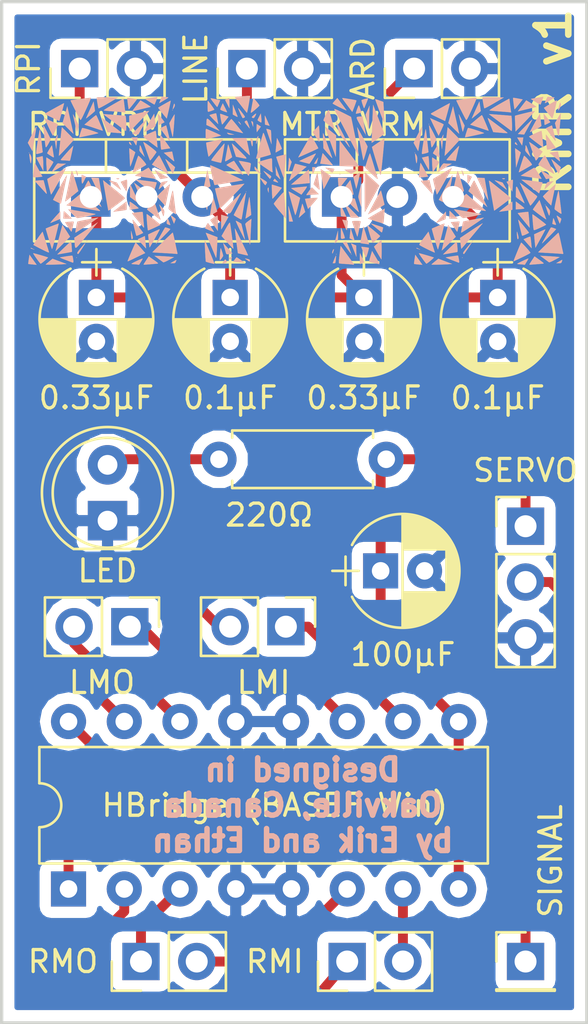
<source format=kicad_pcb>
(kicad_pcb (version 4) (host pcbnew 4.0.7)
  (layers (0 Top signal) (31 Bottom signal) (36 B.SilkS user) (37 F.SilkS user) (38 B.Mask user) (39 F.Mask user) (44 Edge.Cuts user))
  (net 0 "")
  (net 1 GND)
  (net 2 "Net-(C2-Pad1)")
  (net 3 "Net-(C4-Pad1)")
  (net 4 "Net-(C5-Pad1)")
  (net 5 "Net-(D1-Pad2)")
  (net 6 "Net-(H1-Pad2)")
  (net 7 "Net-(H1-Pad10)")
  (net 8 "Net-(H1-Pad3)")
  (net 9 "Net-(H1-Pad11)")
  (net 10 "Net-(H1-Pad6)")
  (net 11 "Net-(H1-Pad14)")
  (net 12 "Net-(H1-Pad7)")
  (net 13 "Net-(H1-Pad15)")
  (net 14 "Net-(ARD1-Pad1)")
  (net 15 "Net-(SERVO1-Pad2)")
  (module Housings_DIP:DIP-16_W7.62mm (layer Top) (at 124.46 120.904 90)
    (fp_text reference "HBridge (BASEF Win)" (at 3.81 9.398 180) (layer F.SilkS))
    (fp_text value HBridge)
    (pad 1 thru_hole rect (at 0 0 90) (size 1.6 1.6) (drill 0.8) (layers *.Cu *.Mask) (net 4 "Net-(C5-Pad1)"))
    (pad 9 thru_hole oval (at 7.62 17.78 90) (size 1.6 1.6) (drill 0.8) (layers *.Cu *.Mask) (net 4 "Net-(C5-Pad1)"))
    (pad 2 thru_hole oval (at 0 2.54 90) (size 1.6 1.6) (drill 0.8) (layers *.Cu *.Mask) (net 6 "Net-(H1-Pad2)"))
    (pad 10 thru_hole oval (at 7.62 15.24 90) (size 1.6 1.6) (drill 0.8) (layers *.Cu *.Mask) (net 7 "Net-(H1-Pad10)"))
    (pad 3 thru_hole oval (at 0 5.08 90) (size 1.6 1.6) (drill 0.8) (layers *.Cu *.Mask) (net 8 "Net-(H1-Pad3)"))
    (pad 11 thru_hole oval (at 7.62 12.7 90) (size 1.6 1.6) (drill 0.8) (layers *.Cu *.Mask) (net 9 "Net-(H1-Pad11)"))
    (pad 4 thru_hole oval (at 0 7.62 90) (size 1.6 1.6) (drill 0.8) (layers *.Cu *.Mask) (net 1 GND))
    (pad 12 thru_hole oval (at 7.62 10.16 90) (size 1.6 1.6) (drill 0.8) (layers *.Cu *.Mask) (net 1 GND))
    (pad 5 thru_hole oval (at 0 10.16 90) (size 1.6 1.6) (drill 0.8) (layers *.Cu *.Mask) (net 1 GND))
    (pad 13 thru_hole oval (at 7.62 7.62 90) (size 1.6 1.6) (drill 0.8) (layers *.Cu *.Mask) (net 1 GND))
    (pad 6 thru_hole oval (at 0 12.7 90) (size 1.6 1.6) (drill 0.8) (layers *.Cu *.Mask) (net 10 "Net-(H1-Pad6)"))
    (pad 14 thru_hole oval (at 7.62 5.08 90) (size 1.6 1.6) (drill 0.8) (layers *.Cu *.Mask) (net 11 "Net-(H1-Pad14)"))
    (pad 7 thru_hole oval (at 0 15.24 90) (size 1.6 1.6) (drill 0.8) (layers *.Cu *.Mask) (net 12 "Net-(H1-Pad7)"))
    (pad 15 thru_hole oval (at 7.62 2.54 90) (size 1.6 1.6) (drill 0.8) (layers *.Cu *.Mask) (net 13 "Net-(H1-Pad15)"))
    (pad 8 thru_hole oval (at 0 17.78 90) (size 1.6 1.6) (drill 0.8) (layers *.Cu *.Mask) (net 4 "Net-(C5-Pad1)"))
    (pad 16 thru_hole oval (at 7.62 0 90) (size 1.6 1.6) (drill 0.8) (layers *.Cu *.Mask) (net 4 "Net-(C5-Pad1)"))
  )
  (module TO_SOT_Packages_THT:TO-220-3_Vertical (layer Top) (at 136.906 89.408)
    (fp_text reference "MTR VRM" (at 0.508 -3.302) (layer F.SilkS))
    (fp_text value AP2204R-5.0)
    (pad 1 thru_hole rect (at 0 0) (size 1.8 1.8) (drill 1) (layers *.Cu *.Mask) (net 14 "Net-(ARD1-Pad1)"))
    (pad 2 thru_hole oval (at 2.54 0) (size 1.8 1.8) (drill 1) (layers *.Cu *.Mask) (net 1 GND))
    (pad 3 thru_hole oval (at 5.08 0) (size 1.8 1.8) (drill 1) (layers *.Cu *.Mask) (net 3 "Net-(C4-Pad1)"))
  )
  (module TO_SOT_Packages_THT:TO-220-3_Vertical (layer Top) (at 125.476 89.408)
    (fp_text reference "RPI VRM" (at 0.254 -3.302) (layer F.SilkS))
    (fp_text value "RPI VRM")
    (pad 1 thru_hole rect (at 0 0) (size 1.8 1.8) (drill 1) (layers *.Cu *.Mask) (net 14 "Net-(ARD1-Pad1)"))
    (pad 2 thru_hole oval (at 2.54 0) (size 1.8 1.8) (drill 1) (layers *.Cu *.Mask) (net 1 GND))
    (pad 3 thru_hole oval (at 5.08 0) (size 1.8 1.8) (drill 1) (layers *.Cu *.Mask) (net 2 "Net-(C2-Pad1)"))
  )
  (module Capacitors_THT:CP_Radial_D5.0mm_P2.00mm (layer Top) (at 125.73 93.98 270)
    (fp_text reference 0.33μF (at 4.572 0 360) (layer F.SilkS))
    (fp_text value 0.33uf)
    (pad 1 thru_hole rect (at 0 0 270) (size 1.6 1.6) (drill 0.8) (layers *.Cu *.Mask) (net 14 "Net-(ARD1-Pad1)"))
    (pad 2 thru_hole circle (at 2 0 270) (size 1.6 1.6) (drill 0.8) (layers *.Cu *.Mask) (net 1 GND))
  )
  (module Capacitors_THT:CP_Radial_D5.0mm_P2.00mm (layer Top) (at 131.826 93.98 270)
    (fp_text reference 0.1μF (at 4.572 0 360) (layer F.SilkS))
    (fp_text value 0.1uf)
    (pad 1 thru_hole rect (at 0 0 270) (size 1.6 1.6) (drill 0.8) (layers *.Cu *.Mask) (net 2 "Net-(C2-Pad1)"))
    (pad 2 thru_hole circle (at 2 0 270) (size 1.6 1.6) (drill 0.8) (layers *.Cu *.Mask) (net 1 GND))
  )
  (module Capacitors_THT:CP_Radial_D5.0mm_P2.00mm (layer Top) (at 137.922 93.98 270)
    (fp_text reference 0.33μF (at 4.572 0 360) (layer F.SilkS))
    (fp_text value 0.33uf)
    (pad 1 thru_hole rect (at 0 0 270) (size 1.6 1.6) (drill 0.8) (layers *.Cu *.Mask) (net 14 "Net-(ARD1-Pad1)"))
    (pad 2 thru_hole circle (at 2 0 270) (size 1.6 1.6) (drill 0.8) (layers *.Cu *.Mask) (net 1 GND))
  )
  (module Capacitors_THT:CP_Radial_D5.0mm_P2.00mm (layer Top) (at 144.018 93.98 270)
    (fp_text reference 0.1μF (at 4.572 0 360) (layer F.SilkS))
    (fp_text value 0.1uf)
    (pad 1 thru_hole rect (at 0 0 270) (size 1.6 1.6) (drill 0.8) (layers *.Cu *.Mask) (net 3 "Net-(C4-Pad1)"))
    (pad 2 thru_hole circle (at 2 0 270) (size 1.6 1.6) (drill 0.8) (layers *.Cu *.Mask) (net 1 GND))
  )
  (module Capacitors_THT:CP_Radial_D5.0mm_P2.00mm (layer Top) (at 138.684 106.426)
    (fp_text reference 100μF (at 1.016 3.81) (layer F.SilkS))
    (fp_text value "100 uf")
    (pad 1 thru_hole rect (at 0 0) (size 1.6 1.6) (drill 0.8) (layers *.Cu *.Mask) (net 3 "Net-(C4-Pad1)"))
    (pad 2 thru_hole circle (at 2 0) (size 1.6 1.6) (drill 0.8) (layers *.Cu *.Mask) (net 1 GND))
  )
  (module LEDs:LED_D5.0mm (layer Top) (at 126.238 104.14 90)
    (fp_text reference LED (at -2.286 0 180) (layer F.SilkS))
    (fp_text value LED)
    (pad 1 thru_hole rect (at 0 0 90) (size 1.8 1.8) (drill 0.9) (layers *.Cu *.Mask) (net 1 GND))
    (pad 2 thru_hole circle (at 2.54 0 90) (size 1.8 1.8) (drill 0.9) (layers *.Cu *.Mask) (net 5 "Net-(D1-Pad2)"))
  )
  (module Pin_Headers:Pin_Header_Straight_1x02_Pitch2.54mm (layer Top) (at 140.208 83.566 90)
    (fp_text reference ARD (at 0 -2.33 90) (layer F.SilkS))
    (fp_text value "Arduino Power")
    (pad 1 thru_hole rect (at 0 0 90) (size 1.7 1.7) (drill 1) (layers *.Cu *.Mask) (net 14 "Net-(ARD1-Pad1)"))
    (pad 2 thru_hole oval (at 0 2.54 90) (size 1.7 1.7) (drill 1) (layers *.Cu *.Mask) (net 1 GND))
  )
  (module Pin_Headers:Pin_Header_Straight_1x02_Pitch2.54mm (layer Top) (at 124.968 83.566 90)
    (fp_text reference RPI (at 0 -2.33 90) (layer F.SilkS))
    (fp_text value "RPI Power")
    (pad 1 thru_hole rect (at 0 0 90) (size 1.7 1.7) (drill 1) (layers *.Cu *.Mask) (net 2 "Net-(C2-Pad1)"))
    (pad 2 thru_hole oval (at 0 2.54 90) (size 1.7 1.7) (drill 1) (layers *.Cu *.Mask) (net 1 GND))
  )
  (module Pin_Headers:Pin_Header_Straight_1x03_Pitch2.54mm (layer Top) (at 145.288 104.394)
    (fp_text reference SERVO (at 0 -2.54) (layer F.SilkS))
    (fp_text value "Mast Servo")
    (pad 1 thru_hole rect (at 0 0) (size 1.7 1.7) (drill 1) (layers *.Cu *.Mask) (net 3 "Net-(C4-Pad1)"))
    (pad 2 thru_hole oval (at 0 2.54) (size 1.7 1.7) (drill 1) (layers *.Cu *.Mask) (net 15 "Net-(SERVO1-Pad2)"))
    (pad 3 thru_hole oval (at 0 5.08) (size 1.7 1.7) (drill 1) (layers *.Cu *.Mask) (net 1 GND))
  )
  (module Pin_Headers:Pin_Header_Straight_1x02_Pitch2.54mm (layer Top) (at 127.762 124.206 90)
    (fp_text reference RMO (at 0 -3.556 180) (layer F.SilkS))
    (fp_text value RMotor)
    (pad 1 thru_hole rect (at 0 0 90) (size 1.7 1.7) (drill 1) (layers *.Cu *.Mask) (net 8 "Net-(H1-Pad3)"))
    (pad 2 thru_hole oval (at 0 2.54 90) (size 1.7 1.7) (drill 1) (layers *.Cu *.Mask) (net 10 "Net-(H1-Pad6)"))
  )
  (module Pin_Headers:Pin_Header_Straight_1x02_Pitch2.54mm (layer Top) (at 127.254 108.966 270)
    (fp_text reference LMO (at 2.54 1.27 360) (layer F.SilkS))
    (fp_text value LMotor)
    (pad 1 thru_hole rect (at 0 0 270) (size 1.7 1.7) (drill 1) (layers *.Cu *.Mask) (net 9 "Net-(H1-Pad11)"))
    (pad 2 thru_hole oval (at 0 2.54 270) (size 1.7 1.7) (drill 1) (layers *.Cu *.Mask) (net 11 "Net-(H1-Pad14)"))
  )
  (module Pin_Headers:Pin_Header_Straight_1x01_Pitch2.54mm (layer Top) (at 145.288 124.206)
    (fp_text reference SIGNAL (at 1.143 -4.572 90) (layer F.SilkS))
    (fp_text value SIGNAL)
    (pad 1 thru_hole rect (at 0 0) (size 1.7 1.7) (drill 1) (layers *.Cu *.Mask) (net 15 "Net-(SERVO1-Pad2)"))
  )
  (module Pin_Headers:Pin_Header_Straight_1x02_Pitch2.54mm (layer Top) (at 134.366 108.966 270)
    (fp_text reference LMI (at 2.54 1.016 360) (layer F.SilkS))
    (fp_text value "LMotor Control")
    (pad 1 thru_hole rect (at 0 0 270) (size 1.7 1.7) (drill 1) (layers *.Cu *.Mask) (net 7 "Net-(H1-Pad10)"))
    (pad 2 thru_hole oval (at 0 2.54 270) (size 1.7 1.7) (drill 1) (layers *.Cu *.Mask) (net 13 "Net-(H1-Pad15)"))
  )
  (module Pin_Headers:Pin_Header_Straight_1x02_Pitch2.54mm (layer Top) (at 137.16 124.206 90)
    (fp_text reference RMI (at 0 -3.302 180) (layer F.SilkS))
    (fp_text value "RMotor Control")
    (pad 1 thru_hole rect (at 0 0 90) (size 1.7 1.7) (drill 1) (layers *.Cu *.Mask) (net 6 "Net-(H1-Pad2)"))
    (pad 2 thru_hole oval (at 0 2.54 90) (size 1.7 1.7) (drill 1) (layers *.Cu *.Mask) (net 12 "Net-(H1-Pad7)"))
  )
  (module Resistors_THT:R_Axial_DIN0207_L6.3mm_D2.5mm_P7.62mm_Horizontal (layer Top) (at 131.318 101.346)
    (fp_text reference 220Ω (at 2.286 2.54) (layer F.SilkS))
    (fp_text value 220)
    (pad 1 thru_hole circle (at 0 0) (size 1.6 1.6) (drill 0.8) (layers *.Cu *.Mask) (net 5 "Net-(D1-Pad2)"))
    (pad 2 thru_hole oval (at 7.62 0) (size 1.6 1.6) (drill 0.8) (layers *.Cu *.Mask) (net 3 "Net-(C4-Pad1)"))
  )
  (module Pin_Headers:Pin_Header_Straight_1x02_Pitch2.54mm (layer Top) (at 132.588 83.566 90)
    (fp_text reference LINE (at 0 -2.33 90) (layer F.SilkS))
    (fp_text value "Power In")
    (pad 1 thru_hole rect (at 0 0 90) (size 1.7 1.7) (drill 1) (layers *.Cu *.Mask) (net 14 "Net-(ARD1-Pad1)"))
    (pad 2 thru_hole oval (at 0 2.54 90) (size 1.7 1.7) (drill 1) (layers *.Cu *.Mask) (net 1 GND))
  )
  (module mod:RMRlogo (layer Bottom) (at 134.62 88.646 180)
    (fp_text reference G*** hide)
    (fp_text value LOGO hide)
  )
  (gr_text "Designed in\nOakville, Canada\nby Erik and Ethan" (at 135.128 117.094) (layer B.SilkS) (effects (font (size 1 1) (thickness 0.25)) (justify mirror)))
  (gr_text "RMR v1\n" (at 146.558 85.09 90) (layer F.SilkS) (effects (font (size 1.5 1.5) (thickness 0.3))))
  (gr_line (start 121.412 127) (end 121.412 80.518) (angle 90) (layer Edge.Cuts) (width 0.15))
  (gr_line (start 148.082 127) (end 121.412 127) (angle 90) (layer Edge.Cuts) (width 0.15))
  (gr_line (start 148.082 80.518) (end 148.082 127) (angle 90) (layer Edge.Cuts) (width 0.15))
  (gr_line (start 121.412 80.518) (end 148.082 80.518) (angle 90) (layer Edge.Cuts) (width 0.15))
  (segment (start 140.716 106.172) (end 140.97 106.172) (width 0.45) (layer Bottom) (net 1))
  (segment (start 130.556 89.408) (end 127.762 86.614) (width 0.45) (layer Top) (net 2))
  (segment (start 124.968 85.344) (end 124.968 83.566) (width 0.45) (layer Top) (net 2))
  (segment (start 126.238 86.614) (end 124.968 85.344) (width 0.45) (layer Top) (net 2))
  (segment (start 127.762 86.614) (end 126.238 86.614) (width 0.45) (layer Top) (net 2))
  (segment (start 131.826 93.98) (end 131.826 90.678) (width 0.45) (layer Top) (net 2))
  (segment (start 131.826 90.678) (end 130.556 89.408) (width 0.45) (layer Top) (net 2))
  (segment (start 144.018 93.98) (end 142.24 93.98) (width 0.45) (layer Top) (net 3))
  (segment (start 141.224 94.996) (end 141.224 101.346) (width 0.45) (layer Top) (net 3))
  (segment (start 142.24 93.98) (end 141.224 94.996) (width 0.45) (layer Top) (net 3))
  (segment (start 138.684 106.426) (end 138.684 101.6) (width 0.45) (layer Top) (net 3))
  (segment (start 138.684 101.6) (end 138.938 101.346) (width 0.45) (layer Top) (net 3))
  (segment (start 145.288 104.394) (end 145.288 101.854) (width 0.45) (layer Top) (net 3))
  (segment (start 145.288 101.854) (end 144.78 101.346) (width 0.45) (layer Top) (net 3))
  (segment (start 144.78 101.346) (end 141.224 101.346) (width 0.45) (layer Top) (net 3))
  (segment (start 141.224 101.346) (end 138.938 101.346) (width 0.45) (layer Top) (net 3))
  (segment (start 144.018 93.98) (end 144.018 91.44) (width 0.45) (layer Top) (net 3))
  (segment (start 144.018 91.44) (end 141.986 89.408) (width 0.45) (layer Top) (net 3))
  (segment (start 141.986 89.408) (end 142.24 89.408) (width 0.45) (layer Bottom) (net 3))
  (segment (start 138.684 106.426) (end 138.684 109.728) (width 0.45) (layer Top) (net 3))
  (segment (start 145.034 104.14) (end 145.288 104.394) (width 0.45) (layer Top) (net 3))
  (segment (start 138.684 106.426) (end 138.684 106.172) (width 0.45) (layer Bottom) (net 3))
  (segment (start 138.684 106.426) (end 138.43 106.426) (width 0.45) (layer Bottom) (net 3))
  (segment (start 124.46 120.904) (end 124.46 118.364) (width 0.45) (layer Top) (net 4))
  (segment (start 124.46 118.364) (end 127 115.824) (width 0.45) (layer Top) (net 4))
  (segment (start 142.24 113.284) (end 142.24 115.57) (width 0.45) (layer Top) (net 4))
  (segment (start 127 115.824) (end 124.46 113.284) (width 0.45) (layer Top) (net 4))
  (segment (start 141.986 115.824) (end 127 115.824) (width 0.45) (layer Top) (net 4))
  (segment (start 142.24 115.57) (end 141.986 115.824) (width 0.45) (layer Top) (net 4))
  (segment (start 142.24 113.284) (end 142.24 120.904) (width 0.45) (layer Top) (net 4))
  (segment (start 138.684 109.728) (end 142.24 113.284) (width 0.45) (layer Top) (net 4))
  (segment (start 141.986 113.284) (end 142.24 113.284) (width 0.45) (layer Bottom) (net 4))
  (segment (start 124.46 113.284) (end 124.46 113.792) (width 0.45) (layer Bottom) (net 4))
  (segment (start 131.318 101.346) (end 126.492 101.346) (width 0.45) (layer Top) (net 5))
  (segment (start 126.492 101.346) (end 126.238 101.6) (width 0.45) (layer Top) (net 5))
  (segment (start 126.492 101.346) (end 126.238 101.6) (width 0.45) (layer Bottom) (net 5))
  (segment (start 127 120.904) (end 127 121.92) (width 0.45) (layer Top) (net 6))
  (segment (start 135.636 125.984) (end 137.16 124.206) (width 0.45) (layer Top) (net 6))
  (segment (start 126.746 125.984) (end 135.636 125.984) (width 0.45) (layer Top) (net 6))
  (segment (start 125.984 125.222) (end 126.746 125.984) (width 0.45) (layer Top) (net 6))
  (segment (start 125.984 122.936) (end 125.984 125.222) (width 0.45) (layer Top) (net 6))
  (segment (start 127 121.92) (end 125.984 122.936) (width 0.45) (layer Top) (net 6))
  (segment (start 134.366 108.966) (end 135.382 108.966) (width 0.45) (layer Top) (net 7))
  (segment (start 135.382 108.966) (end 139.7 113.284) (width 0.45) (layer Top) (net 7))
  (segment (start 127.762 124.206) (end 127.762 122.682) (width 0.45) (layer Top) (net 8))
  (segment (start 127.762 122.682) (end 129.54 120.904) (width 0.45) (layer Top) (net 8))
  (segment (start 127.254 108.966) (end 127.762 108.966) (width 0.45) (layer Top) (net 9))
  (segment (start 127.762 108.966) (end 130.302 111.506) (width 0.45) (layer Top) (net 9))
  (segment (start 135.382 111.506) (end 137.16 113.284) (width 0.45) (layer Top) (net 9))
  (segment (start 130.302 111.506) (end 135.382 111.506) (width 0.45) (layer Top) (net 9))
  (segment (start 127.254 108.966) (end 128.016 108.966) (width 0.45) (layer Bottom) (net 9))
  (segment (start 130.302 124.206) (end 132.334 124.206) (width 0.45) (layer Top) (net 10))
  (segment (start 135.382 122.682) (end 137.16 120.904) (width 0.45) (layer Top) (net 10))
  (segment (start 133.858 122.682) (end 135.382 122.682) (width 0.45) (layer Top) (net 10))
  (segment (start 132.334 124.206) (end 133.858 122.682) (width 0.45) (layer Top) (net 10))
  (segment (start 130.302 124.206) (end 130.556 124.206) (width 0.45) (layer Bottom) (net 10))
  (segment (start 124.714 108.966) (end 124.714 109.728) (width 0.45) (layer Top) (net 11))
  (segment (start 124.714 109.728) (end 126.492 111.506) (width 0.45) (layer Top) (net 11))
  (segment (start 127.762 111.506) (end 129.54 113.284) (width 0.45) (layer Top) (net 11))
  (segment (start 126.492 111.506) (end 127.762 111.506) (width 0.45) (layer Top) (net 11))
  (segment (start 139.7 124.206) (end 139.7 120.904) (width 0.45) (layer Top) (net 12))
  (segment (start 131.826 108.966) (end 131.318 108.966) (width 0.45) (layer Top) (net 13))
  (segment (start 131.318 108.966) (end 129.032 106.68) (width 0.45) (layer Top) (net 13))
  (segment (start 129.032 106.68) (end 123.444 106.68) (width 0.45) (layer Top) (net 13))
  (segment (start 123.444 106.68) (end 122.682 107.442) (width 0.45) (layer Top) (net 13))
  (segment (start 122.682 107.442) (end 122.682 110.49) (width 0.45) (layer Top) (net 13))
  (segment (start 122.682 110.49) (end 123.698 111.506) (width 0.45) (layer Top) (net 13))
  (segment (start 123.698 111.506) (end 125.222 111.506) (width 0.45) (layer Top) (net 13))
  (segment (start 125.222 111.506) (end 127 113.284) (width 0.45) (layer Top) (net 13))
  (segment (start 125.73 93.98) (end 127.762 93.98) (width 0.45) (layer Top) (net 14))
  (segment (start 136.398 93.98) (end 137.922 93.98) (width 0.45) (layer Top) (net 14))
  (segment (start 135.128 95.25) (end 136.398 93.98) (width 0.45) (layer Top) (net 14))
  (segment (start 135.128 97.536) (end 135.128 95.25) (width 0.45) (layer Top) (net 14))
  (segment (start 134.62 98.044) (end 135.128 97.536) (width 0.45) (layer Top) (net 14))
  (segment (start 129.286 98.044) (end 134.62 98.044) (width 0.45) (layer Top) (net 14))
  (segment (start 128.778 97.536) (end 129.286 98.044) (width 0.45) (layer Top) (net 14))
  (segment (start 128.778 94.996) (end 128.778 97.536) (width 0.45) (layer Top) (net 14))
  (segment (start 127.762 93.98) (end 128.778 94.996) (width 0.45) (layer Top) (net 14))
  (segment (start 125.73 93.98) (end 125.73 89.662) (width 0.45) (layer Top) (net 14))
  (segment (start 125.73 89.662) (end 125.476 89.408) (width 0.45) (layer Top) (net 14))
  (segment (start 136.906 89.408) (end 136.906 92.964) (width 0.45) (layer Top) (net 14))
  (segment (start 136.906 92.964) (end 137.922 93.98) (width 0.45) (layer Top) (net 14))
  (segment (start 137.668 86.106) (end 137.668 88.646) (width 0.45) (layer Top) (net 14))
  (segment (start 137.668 88.646) (end 136.906 89.408) (width 0.45) (layer Top) (net 14))
  (segment (start 132.588 83.566) (end 132.588 85.09) (width 0.45) (layer Top) (net 14))
  (segment (start 137.668 86.106) (end 140.208 83.566) (width 0.45) (layer Top) (net 14))
  (segment (start 133.604 86.106) (end 137.668 86.106) (width 0.45) (layer Top) (net 14))
  (segment (start 132.588 85.09) (end 133.604 86.106) (width 0.45) (layer Top) (net 14))
  (segment (start 125.73 89.662) (end 125.476 89.408) (width 0.45) (layer Bottom) (net 14))
  (segment (start 145.288 124.206) (end 145.288 112.014) (width 0.45) (layer Top) (net 15))
  (segment (start 146.431 106.934) (end 145.288 106.934) (width 0.45) (layer Top) (net 15))
  (segment (start 146.939 107.442) (end 146.431 106.934) (width 0.45) (layer Top) (net 15))
  (segment (start 146.939 110.363) (end 146.939 107.442) (width 0.45) (layer Top) (net 15))
  (segment (start 145.288 112.014) (end 146.939 110.363) (width 0.45) (layer Top) (net 15))
  (segment (start 145.288 124.206) (end 145.288 123.698) (width 0.45) (layer Bottom) (net 15))
  (segment (start 145.796 106.934) (end 145.288 106.934) (width 0.45) (layer Bottom) (net 15))
  (zone (net 1) (net_name GND) (layer Bottom) (connect_pads (clearance 0.508)) (min_thickness 0.254) (fill yes (arc_segments 16) (thermal_gap 0.508) (thermal_bridge_width 0.508))
    (polygon (pts (xy 147.574 126.492) (xy 121.92 126.492) (xy 121.92 81.026) (xy 147.574 81.026)))
  )
)
</source>
